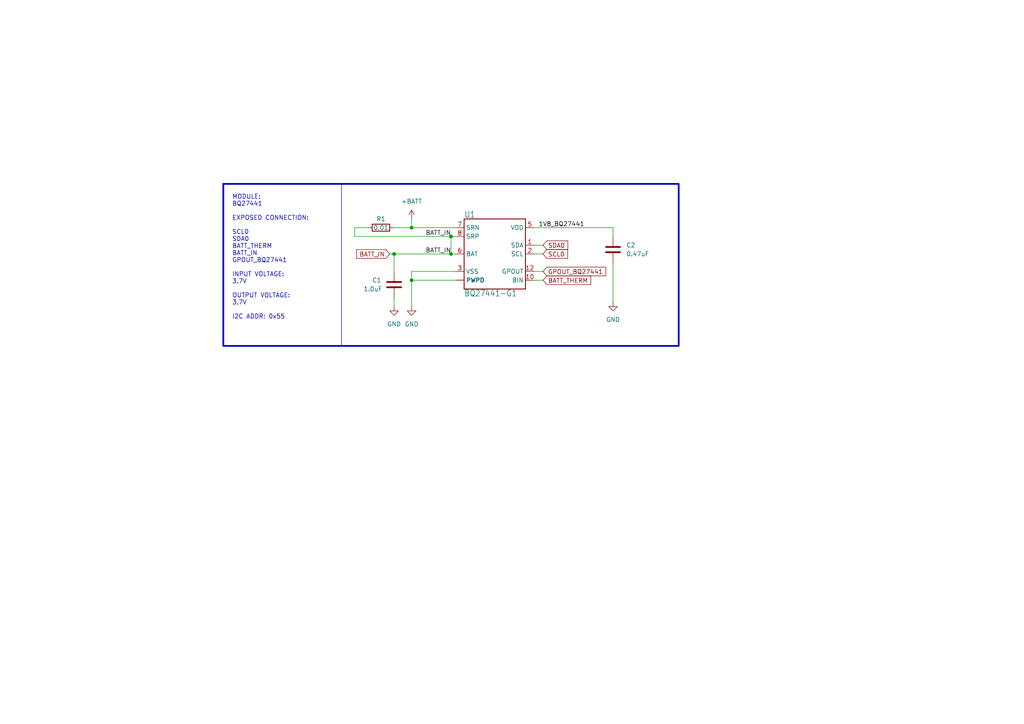
<source format=kicad_sch>
(kicad_sch (version 20230121) (generator eeschema)
  (paper "A4")
  (lib_symbols
    (symbol "Device:C" (pin_numbers hide) (pin_names (offset 0.254))
      (property "Reference" "C" (at 0.635 2.54 0))
      (property "Value" "C" (at 0.635 -2.54 0))
      (symbol "C_0_1"
        (polyline (pts (xy -2.032 -0.762) (xy 2.032 -0.762)) (stroke (width 0.508)))
        (polyline (pts (xy -2.032 0.762) (xy 2.032 0.762)) (stroke (width 0.508)))
      )
      (symbol "C_1_1"
        (pin passive line (at 0 3.81 270) (length 2.794) (name "~") (number "1"))
        (pin passive line (at 0 -3.81 90) (length 2.794) (name "~") (number "2"))
      )
    )
    (symbol "Device:R" (pin_numbers hide) (pin_names (offset 0))
      (property "Reference" "R" (at 2.032 0 90))
      (property "Value" "R" (at 0 0 90))
      (symbol "R_0_1"
        (rectangle (start -1.016 -2.54) (end 1.016 2.54) (stroke (width 0.254)))
      )
      (symbol "R_1_1"
        (pin passive line (at 0 3.81 270) (length 1.27) (name "~") (number "1"))
        (pin passive line (at 0 -3.81 90) (length 1.27) (name "~") (number "2"))
      )
    )
    (symbol "power:+BATT" (power) (pin_names (offset 0))
      (property "Value" "+BATT" (at 0 3.556 0))
      (symbol "+BATT_0_1"
        (polyline (pts (xy -0.762 1.27) (xy 0 2.54)))
        (polyline (pts (xy 0 0) (xy 0 2.54)))
        (polyline (pts (xy 0 2.54) (xy 0.762 1.27)))
      )
      (symbol "+BATT_1_1"
        (pin power_in line (at 0 0 90) (length 0) hide (name "+BATT") (number "1"))
      )
    )
    (symbol "power:GND" (power) (pin_names (offset 0))
      (property "Value" "GND" (at 0 -3.81 0))
      (symbol "GND_0_1"
        (polyline (pts (xy 0 0) (xy 0 -1.27) (xy 1.27 -1.27) (xy 0 -2.54) (xy -1.27 -1.27) (xy 0 -1.27)))
      )
      (symbol "GND_1_1"
        (pin power_in line (at 0 0 270) (length 0) hide (name "GND") (number "1"))
      )
    )
    (symbol "sparkfun-battery-babysitter-eagle-import:BQ27441-G1"
      (symbol "BQ27441-G1_1_0"
        (polyline (pts (xy -7.62 -10.16) (xy 10.16 -10.16)) (stroke (width 0.254)))
        (polyline (pts (xy -7.62 10.16) (xy -7.62 -10.16)) (stroke (width 0.254)))
        (polyline (pts (xy 10.16 -10.16) (xy 10.16 10.16)) (stroke (width 0.254)))
        (polyline (pts (xy 10.16 10.16) (xy -7.62 10.16)) (stroke (width 0.254)))
        (pin bidirectional line (at 12.7 2.54 180) (length 2.54) (name "SDA") (number "1"))
        (pin bidirectional line (at 12.7 -7.62 180) (length 2.54) (name "BIN") (number "10"))
        (pin bidirectional line (at 12.7 -5.08 180) (length 2.54) (name "GPOUT") (number "12"))
        (pin bidirectional line (at 12.7 0 180) (length 2.54) (name "SCL") (number "2"))
        (pin bidirectional line (at -10.16 -5.08 0) (length 2.54) (name "VSS") (number "3"))
        (pin bidirectional line (at 12.7 7.62 180) (length 2.54) (name "VDD") (number "5"))
        (pin bidirectional line (at -10.16 0 0) (length 2.54) (name "BAT") (number "6"))
        (pin bidirectional line (at -10.16 7.62 0) (length 2.54) (name "SRN") (number "7"))
        (pin bidirectional line (at -10.16 5.08 0) (length 2.54) (name "SRP") (number "8"))
        (pin bidirectional line (at -10.16 -7.62 0) (length 2.54) (name "PWPD") (number "EP"))
        (pin bidirectional line (at -10.16 -7.62 0) (length 2.54) (name "PWPD") (number "EP1"))
        (pin bidirectional line (at -10.16 -7.62 0) (length 2.54) (name "PWPD") (number "EP2"))
        (pin bidirectional line (at -10.16 -7.62 0) (length 2.54) (name "PWPD") (number "EP3"))
        (pin bidirectional line (at -10.16 -7.62 0) (length 2.54) (name "PWPD") (number "EP4"))
      )
    )
  )
  (junction (at 119.38 81.28))
  (junction (at 130.81 73.66))
  (junction (at 114.3 73.66))
  (junction (at 130.81 68.58))
  (junction (at 119.38 66.04))
  (wire (pts (xy 119.38 66.04) (xy 119.38 63.5)) (stroke (width 0.1524)))
  (wire (pts (xy 130.81 68.58) (xy 130.81 73.66)) (stroke (width 0.1524)))
  (wire (pts (xy 119.38 81.28) (xy 119.38 88.9)) (stroke (width 0.1524)))
  (wire (pts (xy 154.94 78.74) (xy 157.48 78.74)) (stroke (width 0.1524)))
  (wire (pts (xy 154.94 71.12) (xy 157.48 71.12)) (stroke (width 0.1524)))
  (wire (pts (xy 114.3 78.74) (xy 114.3 73.66)) (stroke (width 0.1524)))
  (wire (pts (xy 102.87 68.58) (xy 130.81 68.58)) (stroke (width 0.1524)))
  (wire (pts (xy 113.03 73.66) (xy 114.3 73.66)) (stroke (width 0.1524)))
  (wire (pts (xy 119.38 78.74) (xy 119.38 81.28)) (stroke (width 0.1524)))
  (wire (pts (xy 130.81 68.58) (xy 132.08 68.58)) (stroke (width 0.1524)))
  (wire (pts (xy 154.94 66.04) (xy 177.8 66.04)) (stroke (width 0.1524)))
  (wire (pts (xy 102.87 66.04) (xy 106.68 66.04)) (stroke (width 0.1524)))
  (wire (pts (xy 119.38 66.04) (xy 132.08 66.04)) (stroke (width 0.1524)))
  (wire (pts (xy 119.38 81.28) (xy 132.08 81.28)) (stroke (width 0.1524)))
  (wire (pts (xy 114.3 73.66) (xy 130.81 73.66)) (stroke (width 0.1524)))
  (wire (pts (xy 119.38 66.04) (xy 114.3 66.04)) (stroke (width 0.1524)))
  (wire (pts (xy 177.8 66.04) (xy 177.8 68.58)) (stroke (width 0.1524)))
  (wire (pts (xy 102.87 68.58) (xy 102.87 66.04)) (stroke (width 0.1524)))
  (wire (pts (xy 154.94 73.66) (xy 157.48 73.66)) (stroke (width 0.1524)))
  (wire (pts (xy 154.94 81.28) (xy 157.48 81.28)) (stroke (width 0.1524)))
  (wire (pts (xy 119.38 78.74) (xy 132.08 78.74)) (stroke (width 0.1524)))
  (wire (pts (xy 114.3 88.9) (xy 114.3 86.36)) (stroke (width 0.1524)))
  (wire (pts (xy 177.8 87.63) (xy 177.8 76.2)) (stroke (width 0.1524)))
  (wire (pts (xy 130.81 73.66) (xy 132.08 73.66)) (stroke (width 0.1524)))
  (rectangle (start 64.77 53.34) (end 196.85 100.33) (stroke (width 0.5)))
  (rectangle (start 64.77 53.34) (end 99.06 100.33))
  (text "MODULE:\nBQ27441\n\nEXPOSED CONNECTION: \n\nSCL0\nSDA0\nBATT_THERM\nBATT_IN\nGPOUT_BQ27441\n\nINPUT VOLTAGE:\n3.7V\n\nOUTPUT VOLTAGE:\n3.7V\n\nI2C ADDR: 0x55" (at 67.31 92.71 0) (effects (font (size 1.27 1.27)) (justify left bottom)))
  (label "BATT_IN" (at 130.81 68.58 180))
  (label "BATT_IN" (at 130.81 73.66 180))
  (label "1V8_BQ27441" (at 156.21 66.04 0))
  (global_label "GPOUT_BQ27441" (shape input) (at 157.48 78.74 0) (property "Intersheetrefs" "${INTERSHEET_REFS}" (effects hide)))
  (global_label "BATT_IN" (shape input) (at 113.03 73.66 180) (property "Intersheetrefs" "${INTERSHEET_REFS}" (effects hide)))
  (global_label "SCL0" (shape input) (at 157.48 73.66 0) (property "Intersheetrefs" "${INTERSHEET_REFS}" (effects hide)))
  (global_label "SDA0" (shape input) (at 157.48 71.12 0) (property "Intersheetrefs" "${INTERSHEET_REFS}" (effects hide)))
  (global_label "BATT_THERM" (shape input) (at 157.48 81.28 0) (property "Intersheetrefs" "${INTERSHEET_REFS}" (effects hide)))
  (symbol (lib_id "Device:C") (at 177.8 72.39 0) (unit 1)
    (property "Reference" "C2" (at 181.61 71.12 0) (effects (justify left)))
    (property "Value" "0.47uF" (at 181.61 73.66 0) (effects (justify left)))
    (property "Footprint" "Capacitor_SMD:C_0402_1005Metric" (effects hide))
  )
  (symbol (lib_id "power:GND") (at 119.38 88.9 0) (unit 1)
    (property "Reference" "#PWR03" (effects hide))
    (property "Value" "GND" (at 119.38 93.98 0))
  )
  (symbol (lib_id "Device:R") (at 110.49 66.04 90) (unit 1)
    (property "Reference" "R1" (at 110.49 63.5 90))
    (property "Value" "0.01" (at 110.49 66.04 90))
    (property "Footprint" "Resistor_SMD:R_1210_3225Metric" (effects hide))
  )
  (symbol (lib_id "power:GND") (at 114.3 88.9 0) (unit 1)
    (property "Reference" "#PWR01" (effects hide))
    (property "Value" "GND" (at 114.3 93.98 0))
  )
  (symbol (lib_id "power:+BATT") (at 119.38 63.5 0) (unit 1)
    (property "Reference" "#PWR02" (effects hide))
    (property "Value" "+BATT" (at 119.38 58.42 0))
  )
  (symbol (lib_id "Device:C") (at 114.3 82.55 0) (unit 1)
    (property "Reference" "C1" (at 107.95 81.28 0) (effects (justify left)))
    (property "Value" "1.0uF" (at 105.41 83.82 0) (effects (justify left)))
    (property "Footprint" "Capacitor_SMD:C_0402_1005Metric" (effects hide))
  )
  (symbol (lib_id "sparkfun-battery-babysitter-eagle-import:BQ27441-G1") (at 142.24 73.66 0) (unit 1)
    (property "Reference" "U1" (at 134.62 63.246 0) (effects (font (size 1.778 1.5113)) (justify left bottom)))
    (property "Value" "BQ27441-G1" (at 134.62 84.074 0) (effects (font (size 1.778 1.5113)) (justify left top)))
    (property "Footprint" "sparkfun-battery-babysitter:PDSO-N12" (effects hide))
    (property "PROD_ID" "IC-13220" (effects hide))
  )
  (symbol (lib_id "power:GND") (at 177.8 87.63 0) (unit 1)
    (property "Reference" "#PWR04" (effects hide))
    (property "Value" "GND" (at 177.8 92.71 0))
  )
)
</source>
